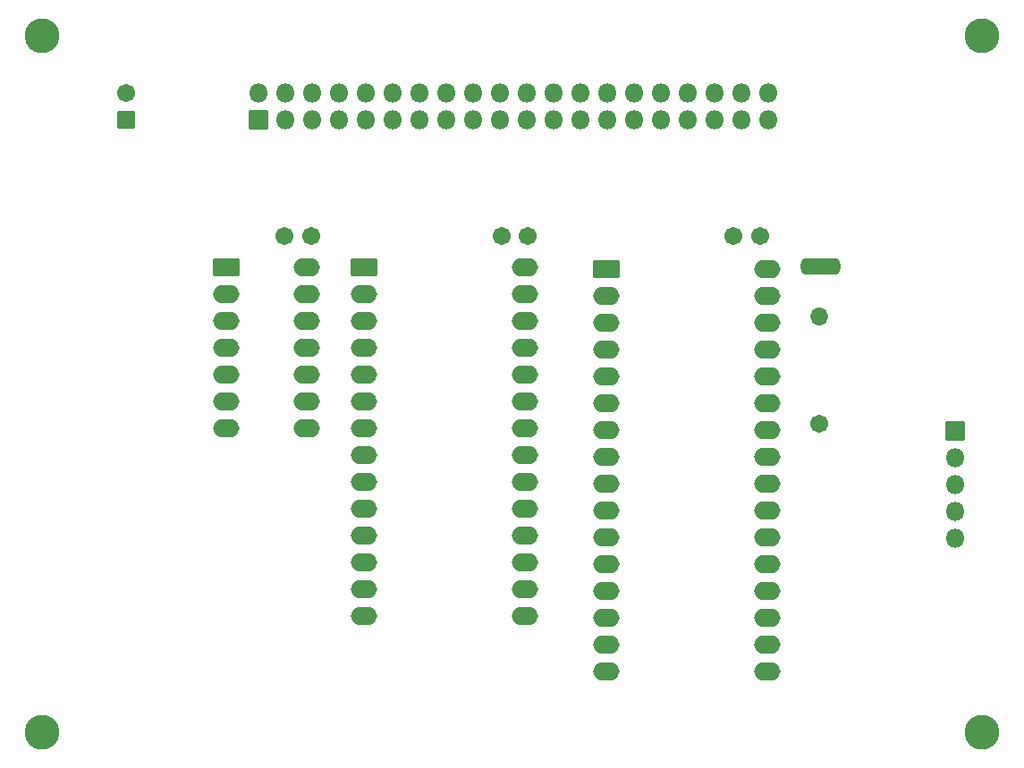
<source format=gts>
G04 #@! TF.GenerationSoftware,KiCad,Pcbnew,(6.0.4-0)*
G04 #@! TF.CreationDate,2022-11-05T10:29:12+09:00*
G04 #@! TF.ProjectId,KZ80-MSXMEM,4b5a3830-2d4d-4535-984d-454d2e6b6963,rev?*
G04 #@! TF.SameCoordinates,PX8f0d180PY7735940*
G04 #@! TF.FileFunction,Soldermask,Top*
G04 #@! TF.FilePolarity,Negative*
%FSLAX46Y46*%
G04 Gerber Fmt 4.6, Leading zero omitted, Abs format (unit mm)*
G04 Created by KiCad (PCBNEW (6.0.4-0)) date 2022-11-05 10:29:12*
%MOMM*%
%LPD*%
G01*
G04 APERTURE LIST*
G04 Aperture macros list*
%AMRoundRect*
0 Rectangle with rounded corners*
0 $1 Rounding radius*
0 $2 $3 $4 $5 $6 $7 $8 $9 X,Y pos of 4 corners*
0 Add a 4 corners polygon primitive as box body*
4,1,4,$2,$3,$4,$5,$6,$7,$8,$9,$2,$3,0*
0 Add four circle primitives for the rounded corners*
1,1,$1+$1,$2,$3*
1,1,$1+$1,$4,$5*
1,1,$1+$1,$6,$7*
1,1,$1+$1,$8,$9*
0 Add four rect primitives between the rounded corners*
20,1,$1+$1,$2,$3,$4,$5,0*
20,1,$1+$1,$4,$5,$6,$7,0*
20,1,$1+$1,$6,$7,$8,$9,0*
20,1,$1+$1,$8,$9,$2,$3,0*%
%AMFreePoly0*
4,1,37,0.586062,0.786062,0.601000,0.750000,0.601000,-0.750000,0.586062,-0.786062,0.550000,-0.801000,0.000000,-0.801000,-0.012525,-0.795812,-0.080875,-0.794559,-0.095149,-0.792248,-0.230464,-0.749973,-0.243516,-0.743747,-0.361526,-0.665192,-0.372306,-0.655554,-0.463526,-0.547035,-0.471167,-0.534759,-0.528262,-0.405000,-0.532150,-0.391073,-0.549733,-0.256613,-0.548336,-0.256430,-0.551000,-0.250000,
-0.551000,0.250000,-0.550512,0.251179,-0.550356,0.263956,-0.528545,0.404033,-0.524317,0.417860,-0.464069,0.546185,-0.456130,0.558271,-0.362286,0.664529,-0.351274,0.673901,-0.231379,0.749549,-0.218180,0.755454,-0.081873,0.794411,-0.067546,0.796373,-0.011990,0.796033,0.000000,0.801000,0.550000,0.801000,0.586062,0.786062,0.586062,0.786062,$1*%
%AMFreePoly1*
4,1,37,0.012349,0.795885,0.074216,0.795507,0.088518,0.793370,0.224339,0.752751,0.237465,0.746685,0.356427,0.669578,0.367324,0.660073,0.459862,0.552676,0.467652,0.540494,0.526329,0.411442,0.530388,0.397563,0.550485,0.257230,0.551000,0.250000,0.551000,-0.250000,0.550996,-0.250622,0.550847,-0.262838,0.550144,-0.270677,0.526624,-0.410478,0.522228,-0.424254,0.460416,-0.551833,
0.452330,-0.563821,0.357195,-0.668925,0.346069,-0.678161,0.225259,-0.752338,0.211989,-0.758081,0.075216,-0.795370,0.060866,-0.797157,0.011464,-0.796251,0.000000,-0.801000,-0.550000,-0.801000,-0.586062,-0.786062,-0.601000,-0.750000,-0.601000,0.750000,-0.586062,0.786062,-0.550000,0.801000,0.000000,0.801000,0.012349,0.795885,0.012349,0.795885,$1*%
G04 Aperture macros list end*
%ADD10C,1.702000*%
%ADD11RoundRect,0.051000X0.800000X-0.800000X0.800000X0.800000X-0.800000X0.800000X-0.800000X-0.800000X0*%
%ADD12RoundRect,0.051000X0.850000X-0.850000X0.850000X0.850000X-0.850000X0.850000X-0.850000X-0.850000X0*%
%ADD13O,1.802000X1.802000*%
%ADD14RoundRect,0.051000X-0.850000X-0.850000X0.850000X-0.850000X0.850000X0.850000X-0.850000X0.850000X0*%
%ADD15C,3.302000*%
%ADD16RoundRect,0.051000X-1.200000X-0.800000X1.200000X-0.800000X1.200000X0.800000X-1.200000X0.800000X0*%
%ADD17O,2.502000X1.702000*%
%ADD18O,1.702000X1.702000*%
%ADD19FreePoly0,0.000000*%
%ADD20RoundRect,0.051000X-0.500000X-0.750000X0.500000X-0.750000X0.500000X0.750000X-0.500000X0.750000X0*%
%ADD21FreePoly1,0.000000*%
G04 APERTURE END LIST*
D10*
X28500000Y51500000D03*
X31000000Y51500000D03*
D11*
X13500000Y62500000D03*
D10*
X13500000Y65000000D03*
X71000000Y51500000D03*
X73500000Y51500000D03*
X49000000Y51500000D03*
X51500000Y51500000D03*
D12*
X26000000Y62500000D03*
D13*
X26000000Y65040000D03*
X28540000Y62500000D03*
X28540000Y65040000D03*
X31080000Y62500000D03*
X31080000Y65040000D03*
X33620000Y62500000D03*
X33620000Y65040000D03*
X36160000Y62500000D03*
X36160000Y65040000D03*
X38700000Y62500000D03*
X38700000Y65040000D03*
X41240000Y62500000D03*
X41240000Y65040000D03*
X43780000Y62500000D03*
X43780000Y65040000D03*
X46320000Y62500000D03*
X46320000Y65040000D03*
X48860000Y62500000D03*
X48860000Y65040000D03*
X51400000Y62500000D03*
X51400000Y65040000D03*
X53940000Y62500000D03*
X53940000Y65040000D03*
X56480000Y62500000D03*
X56480000Y65040000D03*
X59020000Y62500000D03*
X59020000Y65040000D03*
X61560000Y62500000D03*
X61560000Y65040000D03*
X64100000Y62500000D03*
X64100000Y65040000D03*
X66640000Y62500000D03*
X66640000Y65040000D03*
X69180000Y62500000D03*
X69180000Y65040000D03*
X71720000Y62500000D03*
X71720000Y65040000D03*
X74260000Y62500000D03*
X74260000Y65040000D03*
D14*
X92000000Y33000000D03*
D13*
X92000000Y30460000D03*
X92000000Y27920000D03*
X92000000Y25380000D03*
X92000000Y22840000D03*
D15*
X5500000Y70500000D03*
X94500000Y70500000D03*
X5500000Y4500000D03*
D16*
X23000000Y48500000D03*
D17*
X23000000Y45960000D03*
X23000000Y43420000D03*
X23000000Y40880000D03*
X23000000Y38340000D03*
X23000000Y35800000D03*
X23000000Y33260000D03*
X30620000Y33260000D03*
X30620000Y35800000D03*
X30620000Y38340000D03*
X30620000Y40880000D03*
X30620000Y43420000D03*
X30620000Y45960000D03*
X30620000Y48500000D03*
D16*
X36000000Y48500000D03*
D17*
X36000000Y45960000D03*
X36000000Y43420000D03*
X36000000Y40880000D03*
X36000000Y38340000D03*
X36000000Y35800000D03*
X36000000Y33260000D03*
X36000000Y30720000D03*
X36000000Y28180000D03*
X36000000Y25640000D03*
X36000000Y23100000D03*
X36000000Y20560000D03*
X36000000Y18020000D03*
X36000000Y15480000D03*
X51240000Y15480000D03*
X51240000Y18020000D03*
X51240000Y20560000D03*
X51240000Y23100000D03*
X51240000Y25640000D03*
X51240000Y28180000D03*
X51240000Y30720000D03*
X51240000Y33260000D03*
X51240000Y35800000D03*
X51240000Y38340000D03*
X51240000Y40880000D03*
X51240000Y43420000D03*
X51240000Y45960000D03*
X51240000Y48500000D03*
D15*
X94500000Y4500000D03*
D16*
X58955000Y48390000D03*
D17*
X58955000Y45850000D03*
X58955000Y43310000D03*
X58955000Y40770000D03*
X58955000Y38230000D03*
X58955000Y35690000D03*
X58955000Y33150000D03*
X58955000Y30610000D03*
X58955000Y28070000D03*
X58955000Y25530000D03*
X58955000Y22990000D03*
X58955000Y20450000D03*
X58955000Y17910000D03*
X58955000Y15370000D03*
X58955000Y12830000D03*
X58955000Y10290000D03*
X74195000Y10290000D03*
X74195000Y12830000D03*
X74195000Y15370000D03*
X74195000Y17910000D03*
X74195000Y20450000D03*
X74195000Y22990000D03*
X74195000Y25530000D03*
X74195000Y28070000D03*
X74195000Y30610000D03*
X74195000Y33150000D03*
X74195000Y35690000D03*
X74195000Y38230000D03*
X74195000Y40770000D03*
X74195000Y43310000D03*
X74195000Y45850000D03*
X74195000Y48390000D03*
D10*
X79130000Y33750000D03*
D18*
X79130000Y43910000D03*
D19*
X77940000Y48630000D03*
D20*
X79240000Y48630000D03*
D21*
X80540000Y48630000D03*
G36*
X78530660Y49412507D02*
G01*
X78544452Y49403291D01*
X78545615Y49405031D01*
X78547409Y49405916D01*
X78548560Y49405455D01*
X78565952Y49390922D01*
X78634670Y49382296D01*
X78682288Y49405082D01*
X78684282Y49404928D01*
X78684814Y49404389D01*
X78685548Y49403291D01*
X78699340Y49412507D01*
X78701336Y49412638D01*
X78702447Y49410975D01*
X78702114Y49409733D01*
X78694767Y49398738D01*
X78691000Y49379801D01*
X78691000Y47880199D01*
X78694767Y47861262D01*
X78702114Y47850267D01*
X78702245Y47848271D01*
X78700582Y47847160D01*
X78699340Y47847493D01*
X78685548Y47856709D01*
X78684385Y47854969D01*
X78682591Y47854084D01*
X78681440Y47854545D01*
X78664048Y47869078D01*
X78595330Y47877704D01*
X78547712Y47854918D01*
X78545718Y47855072D01*
X78545186Y47855611D01*
X78544452Y47856709D01*
X78530660Y47847493D01*
X78528664Y47847362D01*
X78527553Y47849025D01*
X78527886Y47850267D01*
X78535233Y47861262D01*
X78539000Y47880199D01*
X78539000Y49379801D01*
X78535233Y49398738D01*
X78527886Y49409733D01*
X78527755Y49411729D01*
X78529418Y49412840D01*
X78530660Y49412507D01*
G37*
G36*
X79780660Y49412507D02*
G01*
X79794452Y49403291D01*
X79795615Y49405031D01*
X79797409Y49405916D01*
X79798560Y49405455D01*
X79815952Y49390922D01*
X79884670Y49382296D01*
X79932288Y49405082D01*
X79934282Y49404928D01*
X79934814Y49404389D01*
X79935548Y49403291D01*
X79949340Y49412507D01*
X79951336Y49412638D01*
X79952447Y49410975D01*
X79952114Y49409733D01*
X79944767Y49398738D01*
X79941000Y49379801D01*
X79941000Y47880199D01*
X79944767Y47861262D01*
X79952114Y47850267D01*
X79952245Y47848271D01*
X79950582Y47847160D01*
X79949340Y47847493D01*
X79935548Y47856709D01*
X79934385Y47854969D01*
X79932591Y47854084D01*
X79931440Y47854545D01*
X79914048Y47869078D01*
X79845330Y47877704D01*
X79797712Y47854918D01*
X79795718Y47855072D01*
X79795186Y47855611D01*
X79794452Y47856709D01*
X79780660Y47847493D01*
X79778664Y47847362D01*
X79777553Y47849025D01*
X79777886Y47850267D01*
X79785233Y47861262D01*
X79789000Y47880199D01*
X79789000Y49379801D01*
X79785233Y49398738D01*
X79777886Y49409733D01*
X79777755Y49411729D01*
X79779418Y49412840D01*
X79780660Y49412507D01*
G37*
M02*

</source>
